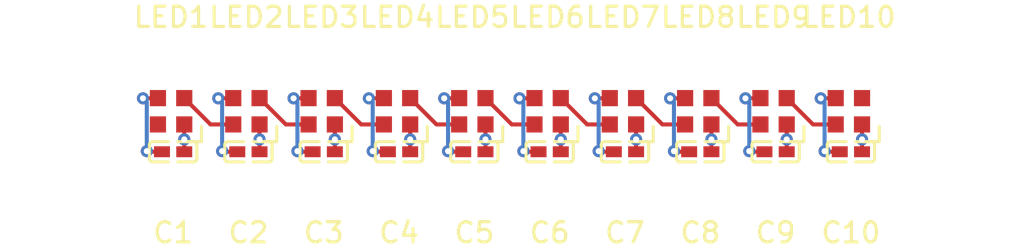
<source format=kicad_pcb>
(kicad_pcb (version 20241229) (generator "pcbnew") (generator_version "9.0")
  (layers (0 "F.Cu" signal) (2 "B.Cu" signal) (13 "F.Paste" user) (15 "B.Paste" user) (5 "F.SilkS" user "F.Silkscreen") (7 "B.SilkS" user "B.Silkscreen") (1 "F.Mask" user) (3 "B.Mask" user) (25 "Edge.Cuts" user))
  (net 0 "")
  (net 1 "gnd")
  (net 2 "hv")
  (net 3 "-DOUT-7")
  (net 4 "-DOUT-0")
  (net 5 "-DOUT-4")
  (net 6 "-DOUT-5")
  (net 7 "-DOUT-3")
  (net 8 "-DOUT-6")
  (net 9 "-DOUT-8")
  (net 10 "-DOUT-9")
  (net 11 "DIN")
  (net 12 "-DOUT-2")
  (net 13 "-DOUT-1")
  (footprint "Samsung_Electro_Mechanics_CL05B104KO5NNNC:C0402" (layer "F.Cu") (at 155.404444 100.7 180)
    (property "Reference" "C5" (at 0 -4 0) (layer "F.SilkS") (hide no))
    (property "Value" "100nF ±10% 16V X7R")
    (fp_line (start 1.02 -0.5) (end 0.23 -0.5) (stroke (width 0.15)) (layer "F.SilkS"))
    (fp_line (start 0.23 0.5) (end 1.02 0.5) (stroke (width 0.15)) (layer "F.SilkS"))
    (fp_line (start 1.17 0.35) (end 1.17 -0.35) (stroke (width 0.15)) (layer "F.SilkS"))
    (fp_line (start -1.02 -0.5) (end -0.23 -0.5) (stroke (width 0.15)) (layer "F.SilkS"))
    (fp_line (start -0.23 0.5) (end -1.02 0.5) (stroke (width 0.15)) (layer "F.SilkS"))
    (fp_line (start -1.17 0.35) (end -1.17 -0.35) (stroke (width 0.15)) (layer "F.SilkS"))
    (fp_arc (start 1.17 0.35) (mid 1.1260660171779822 0.456066017177982) (end 1.02 0.4999999999999999) (stroke (width 0.15)) (layer "F.SilkS"))
    (fp_arc (start 1.02 -0.5) (mid 1.1260660171779822 -0.4560660171779821) (end 1.17 -0.35) (stroke (width 0.15)) (layer "F.SilkS"))
    (fp_arc (start -1.17 0.35) (mid -1.1260660171779822 0.456066017177982) (end -1.02 0.4999999999999999) (stroke (width 0.15)) (layer "F.SilkS"))
    (fp_arc (start -1.02 -0.5) (mid -1.1260660171779822 -0.4560660171779821) (end -1.17 -0.35) (stroke (width 0.15)) (layer "F.SilkS"))
    (fp_text user "${REFERENCE}" (at 0 -4 0) (layer "F.SilkS"))
    (pad "2" smd rect (at 0.55 0 180) (size 0.79 0.54) (layers "F.Cu" "F.Paste" "F.Mask") (net 1 "gnd"))
    (pad "1" smd rect (at -0.55 0 180) (size 0.79 0.54) (layers "F.Cu" "F.Paste" "F.Mask") (net 2 "hv"))
  )
  (footprint "OPSCO_SK6805_EC20:LED-SMD_4P-L2.0-W2.0-BR" (layer "F.Cu") (at 155.304444 98.7 0)
    (property "Reference" "LED5" (at 0 -4.65 0) (layer "F.SilkS") (hide no))
    (property "Value" "")
    (fp_line (start 0.7 1.5) (end 1.5 1.5) (stroke (width 0.15)) (layer "F.SilkS"))
    (fp_line (start 1.5 1.5) (end 1.5 0.75) (stroke (width 0.15)) (layer "F.SilkS"))
    (fp_text user "${REFERENCE}" (at 0 -4.65 0) (layer "F.SilkS"))
    (pad "2" smd rect (at 0.65 -0.65 0) (size 0.8 0.8) (layers "F.Cu" "F.Paste" "F.Mask") (net 6 "-DOUT-5"))
    (pad "1" smd rect (at 0.65 0.65 0) (size 0.8 0.8) (layers "F.Cu" "F.Paste" "F.Mask") (net 2 "hv"))
    (pad "4" smd rect (at -0.65 0.65 0) (size 0.8 0.8) (layers "F.Cu" "F.Paste" "F.Mask") (net 5 "-DOUT-4"))
    (pad "3" smd rect (at -0.65 -0.65 0) (size 0.8 0.8) (layers "F.Cu" "F.Paste" "F.Mask") (net 1 "gnd"))
  )
  (footprint "OPSCO_SK6805_EC20:LED-SMD_4P-L2.0-W2.0-BR" (layer "F.Cu") (at 147.862222 98.7 0)
    (property "Reference" "LED3" (at 0 -4.65 0) (layer "F.SilkS") (hide no))
    (property "Value" "")
    (fp_line (start 0.7 1.5) (end 1.5 1.5) (stroke (width 0.15)) (layer "F.SilkS"))
    (fp_line (start 1.5 1.5) (end 1.5 0.75) (stroke (width 0.15)) (layer "F.SilkS"))
    (fp_text user "${REFERENCE}" (at 0 -4.65 0) (layer "F.SilkS"))
    (pad "2" smd rect (at 0.65 -0.65 0) (size 0.8 0.8) (layers "F.Cu" "F.Paste" "F.Mask") (net 7 "-DOUT-3"))
    (pad "1" smd rect (at 0.65 0.65 0) (size 0.8 0.8) (layers "F.Cu" "F.Paste" "F.Mask") (net 2 "hv"))
    (pad "4" smd rect (at -0.65 0.65 0) (size 0.8 0.8) (layers "F.Cu" "F.Paste" "F.Mask") (net 12 "-DOUT-2"))
    (pad "3" smd rect (at -0.65 -0.65 0) (size 0.8 0.8) (layers "F.Cu" "F.Paste" "F.Mask") (net 1 "gnd"))
  )
  (footprint "OPSCO_SK6805_EC20:LED-SMD_4P-L2.0-W2.0-BR" (layer "F.Cu") (at 140.42 98.7 0)
    (property "Reference" "LED1" (at 0 -4.65 0) (layer "F.SilkS") (hide no))
    (property "Value" "")
    (fp_line (start 0.7 1.5) (end 1.5 1.5) (stroke (width 0.15)) (layer "F.SilkS"))
    (fp_line (start 1.5 1.5) (end 1.5 0.75) (stroke (width 0.15)) (layer "F.SilkS"))
    (fp_text user "${REFERENCE}" (at 0 -4.65 0) (layer "F.SilkS"))
    (pad "2" smd rect (at 0.65 -0.65 0) (size 0.8 0.8) (layers "F.Cu" "F.Paste" "F.Mask") (net 13 "-DOUT-1"))
    (pad "1" smd rect (at 0.65 0.65 0) (size 0.8 0.8) (layers "F.Cu" "F.Paste" "F.Mask") (net 2 "hv"))
    (pad "4" smd rect (at -0.65 0.65 0) (size 0.8 0.8) (layers "F.Cu" "F.Paste" "F.Mask") (net 11 "DIN"))
    (pad "3" smd rect (at -0.65 -0.65 0) (size 0.8 0.8) (layers "F.Cu" "F.Paste" "F.Mask") (net 1 "gnd"))
  )
  (footprint "Samsung_Electro_Mechanics_CL05B104KO5NNNC:C0402" (layer "F.Cu") (at 147.962222 100.7 180)
    (property "Reference" "C3" (at 0 -4 0) (layer "F.SilkS") (hide no))
    (property "Value" "100nF ±10% 16V X7R")
    (fp_line (start 1.02 -0.5) (end 0.23 -0.5) (stroke (width 0.15)) (layer "F.SilkS"))
    (fp_line (start 0.23 0.5) (end 1.02 0.5) (stroke (width 0.15)) (layer "F.SilkS"))
    (fp_line (start 1.17 0.35) (end 1.17 -0.35) (stroke (width 0.15)) (layer "F.SilkS"))
    (fp_line (start -1.02 -0.5) (end -0.23 -0.5) (stroke (width 0.15)) (layer "F.SilkS"))
    (fp_line (start -0.23 0.5) (end -1.02 0.5) (stroke (width 0.15)) (layer "F.SilkS"))
    (fp_line (start -1.17 0.35) (end -1.17 -0.35) (stroke (width 0.15)) (layer "F.SilkS"))
    (fp_arc (start 1.17 0.35) (mid 1.1260660171779822 0.456066017177982) (end 1.02 0.4999999999999999) (stroke (width 0.15)) (layer "F.SilkS"))
    (fp_arc (start 1.02 -0.5) (mid 1.1260660171779822 -0.4560660171779821) (end 1.17 -0.35) (stroke (width 0.15)) (layer "F.SilkS"))
    (fp_arc (start -1.17 0.35) (mid -1.1260660171779822 0.456066017177982) (end -1.02 0.4999999999999999) (stroke (width 0.15)) (layer "F.SilkS"))
    (fp_arc (start -1.02 -0.5) (mid -1.1260660171779822 -0.4560660171779821) (end -1.17 -0.35) (stroke (width 0.15)) (layer "F.SilkS"))
    (fp_text user "${REFERENCE}" (at 0 -4 0) (layer "F.SilkS"))
    (pad "2" smd rect (at 0.55 0 180) (size 0.79 0.54) (layers "F.Cu" "F.Paste" "F.Mask") (net 1 "gnd"))
    (pad "1" smd rect (at -0.55 0 180) (size 0.79 0.54) (layers "F.Cu" "F.Paste" "F.Mask") (net 2 "hv"))
  )
  (footprint "Samsung_Electro_Mechanics_CL05B104KO5NNNC:C0402" (layer "F.Cu") (at 174.01 100.7 180)
    (property "Reference" "C10" (at 0 -4 0) (layer "F.SilkS") (hide no))
    (property "Value" "100nF ±10% 16V X7R")
    (fp_line (start 1.02 -0.5) (end 0.23 -0.5) (stroke (width 0.15)) (layer "F.SilkS"))
    (fp_line (start 0.23 0.5) (end 1.02 0.5) (stroke (width 0.15)) (layer "F.SilkS"))
    (fp_line (start 1.17 0.35) (end 1.17 -0.35) (stroke (width 0.15)) (layer "F.SilkS"))
    (fp_line (start -1.02 -0.5) (end -0.23 -0.5) (stroke (width 0.15)) (layer "F.SilkS"))
    (fp_line (start -0.23 0.5) (end -1.02 0.5) (stroke (width 0.15)) (layer "F.SilkS"))
    (fp_line (start -1.17 0.35) (end -1.17 -0.35) (stroke (width 0.15)) (layer "F.SilkS"))
    (fp_arc (start 1.17 0.35) (mid 1.1260660171779822 0.456066017177982) (end 1.02 0.4999999999999999) (stroke (width 0.15)) (layer "F.SilkS"))
    (fp_arc (start 1.02 -0.5) (mid 1.1260660171779822 -0.4560660171779821) (end 1.17 -0.35) (stroke (width 0.15)) (layer "F.SilkS"))
    (fp_arc (start -1.17 0.35) (mid -1.1260660171779822 0.456066017177982) (end -1.02 0.4999999999999999) (stroke (width 0.15)) (layer "F.SilkS"))
    (fp_arc (start -1.02 -0.5) (mid -1.1260660171779822 -0.4560660171779821) (end -1.17 -0.35) (stroke (width 0.15)) (layer "F.SilkS"))
    (fp_text user "${REFERENCE}" (at 0 -4 0) (layer "F.SilkS"))
    (pad "2" smd rect (at 0.55 0 180) (size 0.79 0.54) (layers "F.Cu" "F.Paste" "F.Mask") (net 1 "gnd"))
    (pad "1" smd rect (at -0.55 0 180) (size 0.79 0.54) (layers "F.Cu" "F.Paste" "F.Mask") (net 2 "hv"))
  )
  (footprint "Samsung_Electro_Mechanics_CL05B104KO5NNNC:C0402" (layer "F.Cu") (at 140.52 100.7 180)
    (property "Reference" "C1" (at 0 -4 0) (layer "F.SilkS") (hide no))
    (property "Value" "100nF ±10% 16V X7R")
    (fp_line (start 1.02 -0.5) (end 0.23 -0.5) (stroke (width 0.15)) (layer "F.SilkS"))
    (fp_line (start 0.23 0.5) (end 1.02 0.5) (stroke (width 0.15)) (layer "F.SilkS"))
    (fp_line (start 1.17 0.35) (end 1.17 -0.35) (stroke (width 0.15)) (layer "F.SilkS"))
    (fp_line (start -1.02 -0.5) (end -0.23 -0.5) (stroke (width 0.15)) (layer "F.SilkS"))
    (fp_line (start -0.23 0.5) (end -1.02 0.5) (stroke (width 0.15)) (layer "F.SilkS"))
    (fp_line (start -1.17 0.35) (end -1.17 -0.35) (stroke (width 0.15)) (layer "F.SilkS"))
    (fp_arc (start 1.17 0.35) (mid 1.1260660171779822 0.456066017177982) (end 1.02 0.4999999999999999) (stroke (width 0.15)) (layer "F.SilkS"))
    (fp_arc (start 1.02 -0.5) (mid 1.1260660171779822 -0.4560660171779821) (end 1.17 -0.35) (stroke (width 0.15)) (layer "F.SilkS"))
    (fp_arc (start -1.17 0.35) (mid -1.1260660171779822 0.456066017177982) (end -1.02 0.4999999999999999) (stroke (width 0.15)) (layer "F.SilkS"))
    (fp_arc (start -1.02 -0.5) (mid -1.1260660171779822 -0.4560660171779821) (end -1.17 -0.35) (stroke (width 0.15)) (layer "F.SilkS"))
    (fp_text user "${REFERENCE}" (at 0 -4 0) (layer "F.SilkS"))
    (pad "2" smd rect (at 0.55 0 180) (size 0.79 0.54) (layers "F.Cu" "F.Paste" "F.Mask") (net 1 "gnd"))
    (pad "1" smd rect (at -0.55 0 180) (size 0.79 0.54) (layers "F.Cu" "F.Paste" "F.Mask") (net 2 "hv"))
  )
  (footprint "Samsung_Electro_Mechanics_CL05B104KO5NNNC:C0402" (layer "F.Cu") (at 151.683333 100.7 180)
    (property "Reference" "C4" (at 0 -4 0) (layer "F.SilkS") (hide no))
    (property "Value" "100nF ±10% 16V X7R")
    (fp_line (start 1.02 -0.5) (end 0.23 -0.5) (stroke (width 0.15)) (layer "F.SilkS"))
    (fp_line (start 0.23 0.5) (end 1.02 0.5) (stroke (width 0.15)) (layer "F.SilkS"))
    (fp_line (start 1.17 0.35) (end 1.17 -0.35) (stroke (width 0.15)) (layer "F.SilkS"))
    (fp_line (start -1.02 -0.5) (end -0.23 -0.5) (stroke (width 0.15)) (layer "F.SilkS"))
    (fp_line (start -0.23 0.5) (end -1.02 0.5) (stroke (width 0.15)) (layer "F.SilkS"))
    (fp_line (start -1.17 0.35) (end -1.17 -0.35) (stroke (width 0.15)) (layer "F.SilkS"))
    (fp_arc (start 1.17 0.35) (mid 1.1260660171779822 0.456066017177982) (end 1.02 0.4999999999999999) (stroke (width 0.15)) (layer "F.SilkS"))
    (fp_arc (start 1.02 -0.5) (mid 1.1260660171779822 -0.4560660171779821) (end 1.17 -0.35) (stroke (width 0.15)) (layer "F.SilkS"))
    (fp_arc (start -1.17 0.35) (mid -1.1260660171779822 0.456066017177982) (end -1.02 0.4999999999999999) (stroke (width 0.15)) (layer "F.SilkS"))
    (fp_arc (start -1.02 -0.5) (mid -1.1260660171779822 -0.4560660171779821) (end -1.17 -0.35) (stroke (width 0.15)) (layer "F.SilkS"))
    (fp_text user "${REFERENCE}" (at 0 -4 0) (layer "F.SilkS"))
    (pad "2" smd rect (at 0.55 0 180) (size 0.79 0.54) (layers "F.Cu" "F.Paste" "F.Mask") (net 1 "gnd"))
    (pad "1" smd rect (at -0.55 0 180) (size 0.79 0.54) (layers "F.Cu" "F.Paste" "F.Mask") (net 2 "hv"))
  )
  (footprint "OPSCO_SK6805_EC20:LED-SMD_4P-L2.0-W2.0-BR" (layer "F.Cu") (at 144.141111 98.7 0)
    (property "Reference" "LED2" (at 0 -4.65 0) (layer "F.SilkS") (hide no))
    (property "Value" "")
    (fp_line (start 0.7 1.5) (end 1.5 1.5) (stroke (width 0.15)) (layer "F.SilkS"))
    (fp_line (start 1.5 1.5) (end 1.5 0.75) (stroke (width 0.15)) (layer "F.SilkS"))
    (fp_text user "${REFERENCE}" (at 0 -4.65 0) (layer "F.SilkS"))
    (pad "2" smd rect (at 0.65 -0.65 0) (size 0.8 0.8) (layers "F.Cu" "F.Paste" "F.Mask") (net 12 "-DOUT-2"))
    (pad "1" smd rect (at 0.65 0.65 0) (size 0.8 0.8) (layers "F.Cu" "F.Paste" "F.Mask") (net 2 "hv"))
    (pad "4" smd rect (at -0.65 0.65 0) (size 0.8 0.8) (layers "F.Cu" "F.Paste" "F.Mask") (net 13 "-DOUT-1"))
    (pad "3" smd rect (at -0.65 -0.65 0) (size 0.8 0.8) (layers "F.Cu" "F.Paste" "F.Mask") (net 1 "gnd"))
  )
  (footprint "Samsung_Electro_Mechanics_CL05B104KO5NNNC:C0402" (layer "F.Cu") (at 170.288889 100.7 180)
    (property "Reference" "C9" (at 0 -4 0) (layer "F.SilkS") (hide no))
    (property "Value" "100nF ±10% 16V X7R")
    (fp_line (start 1.02 -0.5) (end 0.23 -0.5) (stroke (width 0.15)) (layer "F.SilkS"))
    (fp_line (start 0.23 0.5) (end 1.02 0.5) (stroke (width 0.15)) (layer "F.SilkS"))
    (fp_line (start 1.17 0.35) (end 1.17 -0.35) (stroke (width 0.15)) (layer "F.SilkS"))
    (fp_line (start -1.02 -0.5) (end -0.23 -0.5) (stroke (width 0.15)) (layer "F.SilkS"))
    (fp_line (start -0.23 0.5) (end -1.02 0.5) (stroke (width 0.15)) (layer "F.SilkS"))
    (fp_line (start -1.17 0.35) (end -1.17 -0.35) (stroke (width 0.15)) (layer "F.SilkS"))
    (fp_arc (start 1.17 0.35) (mid 1.1260660171779822 0.456066017177982) (end 1.02 0.4999999999999999) (stroke (width 0.15)) (layer "F.SilkS"))
    (fp_arc (start 1.02 -0.5) (mid 1.1260660171779822 -0.4560660171779821) (end 1.17 -0.35) (stroke (width 0.15)) (layer "F.SilkS"))
    (fp_arc (start -1.17 0.35) (mid -1.1260660171779822 0.456066017177982) (end -1.02 0.4999999999999999) (stroke (width 0.15)) (layer "F.SilkS"))
    (fp_arc (start -1.02 -0.5) (mid -1.1260660171779822 -0.4560660171779821) (end -1.17 -0.35) (stroke (width 0.15)) (layer "F.SilkS"))
    (fp_text user "${REFERENCE}" (at 0 -4 0) (layer "F.SilkS"))
    (pad "2" smd rect (at 0.55 0 180) (size 0.79 0.54) (layers "F.Cu" "F.Paste" "F.Mask") (net 1 "gnd"))
    (pad "1" smd rect (at -0.55 0 180) (size 0.79 0.54) (layers "F.Cu" "F.Paste" "F.Mask") (net 2 "hv"))
  )
  (footprint "Samsung_Electro_Mechanics_CL05B104KO5NNNC:C0402" (layer "F.Cu") (at 166.567778 100.7 180)
    (property "Reference" "C8" (at 0 -4 0) (layer "F.SilkS") (hide no))
    (property "Value" "100nF ±10% 16V X7R")
    (fp_line (start 1.02 -0.5) (end 0.23 -0.5) (stroke (width 0.15)) (layer "F.SilkS"))
    (fp_line (start 0.23 0.5) (end 1.02 0.5) (stroke (width 0.15)) (layer "F.SilkS"))
    (fp_line (start 1.17 0.35) (end 1.17 -0.35) (stroke (width 0.15)) (layer "F.SilkS"))
    (fp_line (start -1.02 -0.5) (end -0.23 -0.5) (stroke (width 0.15)) (layer "F.SilkS"))
    (fp_line (start -0.23 0.5) (end -1.02 0.5) (stroke (width 0.15)) (layer "F.SilkS"))
    (fp_line (start -1.17 0.35) (end -1.17 -0.35) (stroke (width 0.15)) (layer "F.SilkS"))
    (fp_arc (start 1.17 0.35) (mid 1.1260660171779822 0.456066017177982) (end 1.02 0.4999999999999999) (stroke (width 0.15)) (layer "F.SilkS"))
    (fp_arc (start 1.02 -0.5) (mid 1.1260660171779822 -0.4560660171779821) (end 1.17 -0.35) (stroke (width 0.15)) (layer "F.SilkS"))
    (fp_arc (start -1.17 0.35) (mid -1.1260660171779822 0.456066017177982) (end -1.02 0.4999999999999999) (stroke (width 0.15)) (layer "F.SilkS"))
    (fp_arc (start -1.02 -0.5) (mid -1.1260660171779822 -0.4560660171779821) (end -1.17 -0.35) (stroke (width 0.15)) (layer "F.SilkS"))
    (fp_text user "${REFERENCE}" (at 0 -4 0) (layer "F.SilkS"))
    (pad "2" smd rect (at 0.55 0 180) (size 0.79 0.54) (layers "F.Cu" "F.Paste" "F.Mask") (net 1 "gnd"))
    (pad "1" smd rect (at -0.55 0 180) (size 0.79 0.54) (layers "F.Cu" "F.Paste" "F.Mask") (net 2 "hv"))
  )
  (footprint "Samsung_Electro_Mechanics_CL05B104KO5NNNC:C0402" (layer "F.Cu") (at 162.846667 100.7 180)
    (property "Reference" "C7" (at 0 -4 0) (layer "F.SilkS") (hide no))
    (property "Value" "100nF ±10% 16V X7R")
    (fp_line (start 1.02 -0.5) (end 0.23 -0.5) (stroke (width 0.15)) (layer "F.SilkS"))
    (fp_line (start 0.23 0.5) (end 1.02 0.5) (stroke (width 0.15)) (layer "F.SilkS"))
    (fp_line (start 1.17 0.35) (end 1.17 -0.35) (stroke (width 0.15)) (layer "F.SilkS"))
    (fp_line (start -1.02 -0.5) (end -0.23 -0.5) (stroke (width 0.15)) (layer "F.SilkS"))
    (fp_line (start -0.23 0.5) (end -1.02 0.5) (stroke (width 0.15)) (layer "F.SilkS"))
    (fp_line (start -1.17 0.35) (end -1.17 -0.35) (stroke (width 0.15)) (layer "F.SilkS"))
    (fp_arc (start 1.17 0.35) (mid 1.1260660171779822 0.456066017177982) (end 1.02 0.4999999999999999) (stroke (width 0.15)) (layer "F.SilkS"))
    (fp_arc (start 1.02 -0.5) (mid 1.1260660171779822 -0.4560660171779821) (end 1.17 -0.35) (stroke (width 0.15)) (layer "F.SilkS"))
    (fp_arc (start -1.17 0.35) (mid -1.1260660171779822 0.456066017177982) (end -1.02 0.4999999999999999) (stroke (width 0.15)) (layer "F.SilkS"))
    (fp_arc (start -1.02 -0.5) (mid -1.1260660171779822 -0.4560660171779821) (end -1.17 -0.35) (stroke (width 0.15)) (layer "F.SilkS"))
    (fp_text user "${REFERENCE}" (at 0 -4 0) (layer "F.SilkS"))
    (pad "2" smd rect (at 0.55 0 180) (size 0.79 0.54) (layers "F.Cu" "F.Paste" "F.Mask") (net 1 "gnd"))
    (pad "1" smd rect (at -0.55 0 180) (size 0.79 0.54) (layers "F.Cu" "F.Paste" "F.Mask") (net 2 "hv"))
  )
  (footprint "Samsung_Electro_Mechanics_CL05B104KO5NNNC:C0402" (layer "F.Cu") (at 159.125556 100.7 180)
    (property "Reference" "C6" (at 0 -4 0) (layer "F.SilkS") (hide no))
    (property "Value" "100nF ±10% 16V X7R")
    (fp_line (start 1.02 -0.5) (end 0.23 -0.5) (stroke (width 0.15)) (layer "F.SilkS"))
    (fp_line (start 0.23 0.5) (end 1.02 0.5) (stroke (width 0.15)) (layer "F.SilkS"))
    (fp_line (start 1.17 0.35) (end 1.17 -0.35) (stroke (width 0.15)) (layer "F.SilkS"))
    (fp_line (start -1.02 -0.5) (end -0.23 -0.5) (stroke (width 0.15)) (layer "F.SilkS"))
    (fp_line (start -0.23 0.5) (end -1.02 0.5) (stroke (width 0.15)) (layer "F.SilkS"))
    (fp_line (start -1.17 0.35) (end -1.17 -0.35) (stroke (width 0.15)) (layer "F.SilkS"))
    (fp_arc (start 1.17 0.35) (mid 1.1260660171779822 0.456066017177982) (end 1.02 0.4999999999999999) (stroke (width 0.15)) (layer "F.SilkS"))
    (fp_arc (start 1.02 -0.5) (mid 1.1260660171779822 -0.4560660171779821) (end 1.17 -0.35) (stroke (width 0.15)) (layer "F.SilkS"))
    (fp_arc (start -1.17 0.35) (mid -1.1260660171779822 0.456066017177982) (end -1.02 0.4999999999999999) (stroke (width 0.15)) (layer "F.SilkS"))
    (fp_arc (start -1.02 -0.5) (mid -1.1260660171779822 -0.4560660171779821) (end -1.17 -0.35) (stroke (width 0.15)) (layer "F.SilkS"))
    (fp_text user "${REFERENCE}" (at 0 -4 0) (layer "F.SilkS"))
    (pad "2" smd rect (at 0.55 0 180) (size 0.79 0.54) (layers "F.Cu" "F.Paste" "F.Mask") (net 1 "gnd"))
    (pad "1" smd rect (at -0.55 0 180) (size 0.79 0.54) (layers "F.Cu" "F.Paste" "F.Mask") (net 2 "hv"))
  )
  (footprint "Samsung_Electro_Mechanics_CL05B104KO5NNNC:C0402" (layer "F.Cu") (at 144.241111 100.7 180)
    (property "Reference" "C2" (at 0 -4 0) (layer "F.SilkS") (hide no))
    (property "Value" "100nF ±10% 16V X7R")
    (fp_line (start 1.02 -0.5) (end 0.23 -0.5) (stroke (width 0.15)) (layer "F.SilkS"))
    (fp_line (start 0.23 0.5) (end 1.02 0.5) (stroke (width 0.15)) (layer "F.SilkS"))
    (fp_line (start 1.17 0.35) (end 1.17 -0.35) (stroke (width 0.15)) (layer "F.SilkS"))
    (fp_line (start -1.02 -0.5) (end -0.23 -0.5) (stroke (width 0.15)) (layer "F.SilkS"))
    (fp_line (start -0.23 0.5) (end -1.02 0.5) (stroke (width 0.15)) (layer "F.SilkS"))
    (fp_line (start -1.17 0.35) (end -1.17 -0.35) (stroke (width 0.15)) (layer "F.SilkS"))
    (fp_arc (start 1.17 0.35) (mid 1.1260660171779822 0.456066017177982) (end 1.02 0.4999999999999999) (stroke (width 0.15)) (layer "F.SilkS"))
    (fp_arc (start 1.02 -0.5) (mid 1.1260660171779822 -0.4560660171779821) (end 1.17 -0.35) (stroke (width 0.15)) (layer "F.SilkS"))
    (fp_arc (start -1.17 0.35) (mid -1.1260660171779822 0.456066017177982) (end -1.02 0.4999999999999999) (stroke (width 0.15)) (layer "F.SilkS"))
    (fp_arc (start -1.02 -0.5) (mid -1.1260660171779822 -0.4560660171779821) (end -1.17 -0.35) (stroke (width 0.15)) (layer "F.SilkS"))
    (fp_text user "${REFERENCE}" (at 0 -4 0) (layer "F.SilkS"))
    (pad "2" smd rect (at 0.55 0 180) (size 0.79 0.54) (layers "F.Cu" "F.Paste" "F.Mask") (net 1 "gnd"))
    (pad "1" smd rect (at -0.55 0 180) (size 0.79 0.54) (layers "F.Cu" "F.Paste" "F.Mask") (net 2 "hv"))
  )
  (footprint "OPSCO_SK6805_EC20:LED-SMD_4P-L2.0-W2.0-BR" (layer "F.Cu") (at 170.188889 98.7 0)
    (property "Reference" "LED9" (at 0 -4.65 0) (layer "F.SilkS") (hide no))
    (property "Value" "")
    (fp_line (start 0.7 1.5) (end 1.5 1.5) (stroke (width 0.15)) (layer "F.SilkS"))
    (fp_line (start 1.5 1.5) (end 1.5 0.75) (stroke (width 0.15)) (layer "F.SilkS"))
    (fp_text user "${REFERENCE}" (at 0 -4.65 0) (layer "F.SilkS"))
    (pad "2" smd rect (at 0.65 -0.65 0) (size 0.8 0.8) (layers "F.Cu" "F.Paste" "F.Mask") (net 10 "-DOUT-9"))
    (pad "1" smd rect (at 0.65 0.65 0) (size 0.8 0.8) (layers "F.Cu" "F.Paste" "F.Mask") (net 2 "hv"))
    (pad "4" smd rect (at -0.65 0.65 0) (size 0.8 0.8) (layers "F.Cu" "F.Paste" "F.Mask") (net 9 "-DOUT-8"))
    (pad "3" smd rect (at -0.65 -0.65 0) (size 0.8 0.8) (layers "F.Cu" "F.Paste" "F.Mask") (net 1 "gnd"))
  )
  (footprint "OPSCO_SK6805_EC20:LED-SMD_4P-L2.0-W2.0-BR" (layer "F.Cu") (at 173.91 98.7 0)
    (property "Reference" "LED10" (at 0 -4.65 0) (layer "F.SilkS") (hide no))
    (property "Value" "")
    (fp_line (start 0.7 1.5) (end 1.5 1.5) (stroke (width 0.15)) (layer "F.SilkS"))
    (fp_line (start 1.5 1.5) (end 1.5 0.75) (stroke (width 0.15)) (layer "F.SilkS"))
    (fp_text user "${REFERENCE}" (at 0 -4.65 0) (layer "F.SilkS"))
    (pad "2" smd rect (at 0.65 -0.65 0) (size 0.8 0.8) (layers "F.Cu" "F.Paste" "F.Mask") (net 4 "-DOUT-0"))
    (pad "1" smd rect (at 0.65 0.65 0) (size 0.8 0.8) (layers "F.Cu" "F.Paste" "F.Mask") (net 2 "hv"))
    (pad "4" smd rect (at -0.65 0.65 0) (size 0.8 0.8) (layers "F.Cu" "F.Paste" "F.Mask") (net 10 "-DOUT-9"))
    (pad "3" smd rect (at -0.65 -0.65 0) (size 0.8 0.8) (layers "F.Cu" "F.Paste" "F.Mask") (net 1 "gnd"))
  )
  (footprint "OPSCO_SK6805_EC20:LED-SMD_4P-L2.0-W2.0-BR" (layer "F.Cu") (at 159.025556 98.7 0)
    (property "Reference" "LED6" (at 0 -4.65 0) (layer "F.SilkS") (hide no))
    (property "Value" "")
    (fp_line (start 0.7 1.5) (end 1.5 1.5) (stroke (width 0.15)) (layer "F.SilkS"))
    (fp_line (start 1.5 1.5) (end 1.5 0.75) (stroke (width 0.15)) (layer "F.SilkS"))
    (fp_text user "${REFERENCE}" (at 0 -4.65 0) (layer "F.SilkS"))
    (pad "2" smd rect (at 0.65 -0.65 0) (size 0.8 0.8) (layers "F.Cu" "F.Paste" "F.Mask") (net 8 "-DOUT-6"))
    (pad "1" smd rect (at 0.65 0.65 0) (size 0.8 0.8) (layers "F.Cu" "F.Paste" "F.Mask") (net 2 "hv"))
    (pad "4" smd rect (at -0.65 0.65 0) (size 0.8 0.8) (layers "F.Cu" "F.Paste" "F.Mask") (net 6 "-DOUT-5"))
    (pad "3" smd rect (at -0.65 -0.65 0) (size 0.8 0.8) (layers "F.Cu" "F.Paste" "F.Mask") (net 1 "gnd"))
  )
  (footprint "OPSCO_SK6805_EC20:LED-SMD_4P-L2.0-W2.0-BR" (layer "F.Cu") (at 162.746667 98.7 0)
    (property "Reference" "LED7" (at 0 -4.65 0) (layer "F.SilkS") (hide no))
    (property "Value" "")
    (fp_line (start 0.7 1.5) (end 1.5 1.5) (stroke (width 0.15)) (layer "F.SilkS"))
    (fp_line (start 1.5 1.5) (end 1.5 0.75) (stroke (width 0.15)) (layer "F.SilkS"))
    (fp_text user "${REFERENCE}" (at 0 -4.65 0) (layer "F.SilkS"))
    (pad "2" smd rect (at 0.65 -0.65 0) (size 0.8 0.8) (layers "F.Cu" "F.Paste" "F.Mask") (net 3 "-DOUT-7"))
    (pad "1" smd rect (at 0.65 0.65 0) (size 0.8 0.8) (layers "F.Cu" "F.Paste" "F.Mask") (net 2 "hv"))
    (pad "4" smd rect (at -0.65 0.65 0) (size 0.8 0.8) (layers "F.Cu" "F.Paste" "F.Mask") (net 8 "-DOUT-6"))
    (pad "3" smd rect (at -0.65 -0.65 0) (size 0.8 0.8) (layers "F.Cu" "F.Paste" "F.Mask") (net 1 "gnd"))
  )
  (footprint "OPSCO_SK6805_EC20:LED-SMD_4P-L2.0-W2.0-BR" (layer "F.Cu") (at 151.583333 98.7 0)
    (property "Reference" "LED4" (at 0 -4.65 0) (layer "F.SilkS") (hide no))
    (property "Value" "")
    (fp_line (start 0.7 1.5) (end 1.5 1.5) (stroke (width 0.15)) (layer "F.SilkS"))
    (fp_line (start 1.5 1.5) (end 1.5 0.75) (stroke (width 0.15)) (layer "F.SilkS"))
    (fp_text user "${REFERENCE}" (at 0 -4.65 0) (layer "F.SilkS"))
    (pad "2" smd rect (at 0.65 -0.65 0) (size 0.8 0.8) (layers "F.Cu" "F.Paste" "F.Mask") (net 5 "-DOUT-4"))
    (pad "1" smd rect (at 0.65 0.65 0) (size 0.8 0.8) (layers "F.Cu" "F.Paste" "F.Mask") (net 2 "hv"))
    (pad "4" smd rect (at -0.65 0.65 0) (size 0.8 0.8) (layers "F.Cu" "F.Paste" "F.Mask") (net 7 "-DOUT-3"))
    (pad "3" smd rect (at -0.65 -0.65 0) (size 0.8 0.8) (layers "F.Cu" "F.Paste" "F.Mask") (net 1 "gnd"))
  )
  (footprint "OPSCO_SK6805_EC20:LED-SMD_4P-L2.0-W2.0-BR" (layer "F.Cu") (at 166.467778 98.7 0)
    (property "Reference" "LED8" (at 0 -4.65 0) (layer "F.SilkS") (hide no))
    (property "Value" "")
    (fp_line (start 0.7 1.5) (end 1.5 1.5) (stroke (width 0.15)) (layer "F.SilkS"))
    (fp_line (start 1.5 1.5) (end 1.5 0.75) (stroke (width 0.15)) (layer "F.SilkS"))
    (fp_text user "${REFERENCE}" (at 0 -4.65 0) (layer "F.SilkS"))
    (pad "2" smd rect (at 0.65 -0.65 0) (size 0.8 0.8) (layers "F.Cu" "F.Paste" "F.Mask") (net 9 "-DOUT-8"))
    (pad "1" smd rect (at 0.65 0.65 0) (size 0.8 0.8) (layers "F.Cu" "F.Paste" "F.Mask") (net 2 "hv"))
    (pad "4" smd rect (at -0.65 0.65 0) (size 0.8 0.8) (layers "F.Cu" "F.Paste" "F.Mask") (net 3 "-DOUT-7"))
    (pad "3" smd rect (at -0.65 -0.65 0) (size 0.8 0.8) (layers "F.Cu" "F.Paste" "F.Mask") (net 1 "gnd"))
  )
  (via (at 142.751111 98.06) (size 0.6) (drill 0.3) (layers "F.Cu" "B.Cu") (net 1))
  (via (at 153.914444 98.06) (size 0.6) (drill 0.3) (layers "F.Cu" "B.Cu") (net 1))
  (via (at 139.03 98.06) (size 0.6) (drill 0.3) (layers "F.Cu" "B.Cu") (net 1))
  (via (at 168.798889 98.06) (size 0.6) (drill 0.3) (layers "F.Cu" "B.Cu") (net 1))
  (via (at 157.635556 98.06) (size 0.6) (drill 0.3) (layers "F.Cu" "B.Cu") (net 1))
  (via (at 157.825556 100.67) (size 0.6) (drill 0.3) (layers "F.Cu" "B.Cu") (net 1))
  (via (at 165.077778 98.06) (size 0.6) (drill 0.3) (layers "F.Cu" "B.Cu") (net 1))
  (via (at 142.941111 100.67) (size 0.6) (drill 0.3) (layers "F.Cu" "B.Cu") (net 1))
  (via (at 168.988889 100.67) (size 0.6) (drill 0.3) (layers "F.Cu" "B.Cu") (net 1))
  (via (at 150.383333 100.67) (size 0.6) (drill 0.3) (layers "F.Cu" "B.Cu") (net 1))
  (via (at 146.662222 100.67) (size 0.6) (drill 0.3) (layers "F.Cu" "B.Cu") (net 1))
  (via (at 139.22 100.67) (size 0.6) (drill 0.3) (layers "F.Cu" "B.Cu") (net 1))
  (via (at 172.71 100.67) (size 0.6) (drill 0.3) (layers "F.Cu" "B.Cu") (net 1))
  (via (at 146.472222 98.06) (size 0.6) (drill 0.3) (layers "F.Cu" "B.Cu") (net 1))
  (via (at 154.104444 100.67) (size 0.6) (drill 0.3) (layers "F.Cu" "B.Cu") (net 1))
  (via (at 172.52 98.06) (size 0.6) (drill 0.3) (layers "F.Cu" "B.Cu") (net 1))
  (via (at 165.267778 100.67) (size 0.6) (drill 0.3) (layers "F.Cu" "B.Cu") (net 1))
  (via (at 161.356667 98.06) (size 0.6) (drill 0.3) (layers "F.Cu" "B.Cu") (net 1))
  (via (at 161.546667 100.67) (size 0.6) (drill 0.3) (layers "F.Cu" "B.Cu") (net 1))
  (via (at 150.193333 98.06) (size 0.6) (drill 0.3) (layers "F.Cu" "B.Cu") (net 1))
  (via (at 155.954444 100.09) (size 0.6) (drill 0.3) (layers "F.Cu" "B.Cu") (net 2))
  (via (at 144.791111 100.09) (size 0.6) (drill 0.3) (layers "F.Cu" "B.Cu") (net 2))
  (via (at 167.117778 100.09) (size 0.6) (drill 0.3) (layers "F.Cu" "B.Cu") (net 2))
  (via (at 141.07 100.09) (size 0.6) (drill 0.3) (layers "F.Cu" "B.Cu") (net 2))
  (via (at 170.838889 100.09) (size 0.6) (drill 0.3) (layers "F.Cu" "B.Cu") (net 2))
  (via (at 152.233333 100.09) (size 0.6) (drill 0.3) (layers "F.Cu" "B.Cu") (net 2))
  (via (at 163.396667 100.09) (size 0.6) (drill 0.3) (layers "F.Cu" "B.Cu") (net 2))
  (via (at 159.675556 100.09) (size 0.6) (drill 0.3) (layers "F.Cu" "B.Cu") (net 2))
  (via (at 174.56 100.09) (size 0.6) (drill 0.3) (layers "F.Cu" "B.Cu") (net 2))
  (via (at 148.512222 100.09) (size 0.6) (drill 0.3) (layers "F.Cu" "B.Cu") (net 2))
  (segment (start 139.25 100.7) (end 139.22 100.67) (width 0.2) (net 1) (layer "F.Cu"))
  (segment (start 172.74 100.7) (end 172.71 100.67) (width 0.2) (net 1) (layer "F.Cu"))
  (segment (start 165.807778 98.06) (end 165.817778 98.05) (width 0.2) (net 1) (layer "F.Cu"))
  (segment (start 150.923333 98.06) (end 150.933333 98.05) (width 0.2) (net 1) (layer "F.Cu"))
  (segment (start 154.644444 98.06) (end 154.654444 98.05) (width 0.2) (net 1) (layer "F.Cu"))
  (segment (start 158.575556 100.7) (end 157.855556 100.7) (width 0.2) (net 1) (layer "F.Cu"))
  (segment (start 139.03 98.06) (end 139.76 98.06) (width 0.2) (net 1) (layer "F.Cu"))
  (segment (start 161.576667 100.7) (end 161.546667 100.67) (width 0.2) (net 1) (layer "F.Cu"))
  (segment (start 173.46 100.7) (end 172.74 100.7) (width 0.2) (net 1) (layer "F.Cu"))
  (segment (start 154.854444 100.7) (end 154.134444 100.7) (width 0.2) (net 1) (layer "F.Cu"))
  (segment (start 150.413333 100.7) (end 150.383333 100.67) (width 0.2) (net 1) (layer "F.Cu"))
  (segment (start 142.751111 98.06) (end 143.481111 98.06) (width 0.2) (net 1) (layer "F.Cu"))
  (segment (start 173.25 98.06) (end 173.26 98.05) (width 0.2) (net 1) (layer "F.Cu"))
  (segment (start 151.133333 100.7) (end 150.413333 100.7) (width 0.2) (net 1) (layer "F.Cu"))
  (segment (start 147.202222 98.06) (end 147.212222 98.05) (width 0.2) (net 1) (layer "F.Cu"))
  (segment (start 165.077778 98.06) (end 165.807778 98.06) (width 0.2) (net 1) (layer "F.Cu"))
  (segment (start 168.798889 98.06) (end 169.528889 98.06) (width 0.2) (net 1) (layer "F.Cu"))
  (segment (start 146.472222 98.06) (end 147.202222 98.06) (width 0.2) (net 1) (layer "F.Cu"))
  (segment (start 147.412222 100.7) (end 146.692222 100.7) (width 0.2) (net 1) (layer "F.Cu"))
  (segment (start 157.635556 98.06) (end 158.365556 98.06) (width 0.2) (net 1) (layer "F.Cu"))
  (segment (start 169.528889 98.06) (end 169.538889 98.05) (width 0.2) (net 1) (layer "F.Cu"))
  (segment (start 161.356667 98.06) (end 162.086667 98.06) (width 0.2) (net 1) (layer "F.Cu"))
  (segment (start 139.97 100.7) (end 139.25 100.7) (width 0.2) (net 1) (layer "F.Cu"))
  (segment (start 166.017778 100.7) (end 165.297778 100.7) (width 0.2) (net 1) (layer "F.Cu"))
  (segment (start 146.692222 100.7) (end 146.662222 100.67) (width 0.2) (net 1) (layer "F.Cu"))
  (segment (start 157.855556 100.7) (end 157.825556 100.67) (width 0.2) (net 1) (layer "F.Cu"))
  (segment (start 139.76 98.06) (end 139.77 98.05) (width 0.2) (net 1) (layer "F.Cu"))
  (segment (start 169.018889 100.7) (end 168.988889 100.67) (width 0.2) (net 1) (layer "F.Cu"))
  (segment (start 143.691111 100.7) (end 142.971111 100.7) (width 0.2) (net 1) (layer "F.Cu"))
  (segment (start 150.193333 98.06) (end 150.923333 98.06) (width 0.2) (net 1) (layer "F.Cu"))
  (segment (start 172.52 98.06) (end 173.25 98.06) (width 0.2) (net 1) (layer "F.Cu"))
  (segment (start 142.971111 100.7) (end 142.941111 100.67) (width 0.2) (net 1) (layer "F.Cu"))
  (segment (start 153.914444 98.06) (end 154.644444 98.06) (width 0.2) (net 1) (layer "F.Cu"))
  (segment (start 158.365556 98.06) (end 158.375556 98.05) (width 0.2) (net 1) (layer "F.Cu"))
  (segment (start 169.738889 100.7) (end 169.018889 100.7) (width 0.2) (net 1) (layer "F.Cu"))
  (segment (start 162.086667 98.06) (end 162.096667 98.05) (width 0.2) (net 1) (layer "F.Cu"))
  (segment (start 143.481111 98.06) (end 143.491111 98.05) (width 0.2) (net 1) (layer "F.Cu"))
  (segment (start 165.297778 100.7) (end 165.267778 100.67) (width 0.2) (net 1) (layer "F.Cu"))
  (segment (start 154.134444 100.7) (end 154.104444 100.67) (width 0.2) (net 1) (layer "F.Cu"))
  (segment (start 162.296667 100.7) (end 161.576667 100.7) (width 0.2) (net 1) (layer "F.Cu"))
  (segment (start 168.988889 98.25) (end 168.798889 98.06) (width 0.2) (net 1) (layer "B.Cu"))
  (segment (start 150.383333 98.25) (end 150.193333 98.06) (width 0.2) (net 1) (layer "B.Cu"))
  (segment (start 139.22 98.25) (end 139.03 98.06) (width 0.2) (net 1) (layer "B.Cu"))
  (segment (start 161.546667 98.25) (end 161.356667 98.06) (width 0.2) (net 1) (layer "B.Cu"))
  (segment (start 161.546667 100.67) (end 161.546667 98.25) (width 0.2) (net 1) (layer "B.Cu"))
  (segment (start 139.22 100.67) (end 139.22 98.25) (width 0.2) (net 1) (layer "B.Cu"))
  (segment (start 168.988889 100.67) (end 168.988889 98.25) (width 0.2) (net 1) (layer "B.Cu"))
  (segment (start 157.825556 98.25) (end 157.635556 98.06) (width 0.2) (net 1) (layer "B.Cu"))
  (segment (start 142.941111 98.25) (end 142.751111 98.06) (width 0.2) (net 1) (layer "B.Cu"))
  (segment (start 142.941111 100.67) (end 142.941111 98.25) (width 0.2) (net 1) (layer "B.Cu"))
  (segment (start 172.71 98.25) (end 172.52 98.06) (width 0.2) (net 1) (layer "B.Cu"))
  (segment (start 165.267778 100.67) (end 165.267778 98.25) (width 0.2) (net 1) (layer "B.Cu"))
  (segment (start 172.71 100.67) (end 172.71 98.25) (width 0.2) (net 1) (layer "B.Cu"))
  (segment (start 150.383333 100.67) (end 150.383333 98.25) (width 0.2) (net 1) (layer "B.Cu"))
  (segment (start 146.662222 98.25) (end 146.472222 98.06) (width 0.2) (net 1) (layer "B.Cu"))
  (segment (start 154.104444 98.25) (end 153.914444 98.06) (width 0.2) (net 1) (layer "B.Cu"))
  (segment (start 146.662222 100.67) (end 146.662222 98.25) (width 0.2) (net 1) (layer "B.Cu"))
  (segment (start 154.104444 100.67) (end 154.104444 98.25) (width 0.2) (net 1) (layer "B.Cu"))
  (segment (start 157.825556 100.67) (end 157.825556 98.25) (width 0.2) (net 1) (layer "B.Cu"))
  (segment (start 165.267778 98.25) (end 165.077778 98.06) (width 0.2) (net 1) (layer "B.Cu"))
  (segment (start 174.56 100.09) (end 174.56 99.35) (width 0.2) (net 2) (layer "F.Cu"))
  (segment (start 163.396667 100.09) (end 163.396667 99.35) (width 0.2) (net 2) (layer "F.Cu"))
  (segment (start 159.675556 100.7) (end 159.675556 100.09) (width 0.2) (net 2) (layer "F.Cu"))
  (segment (start 148.512222 100.7) (end 148.512222 100.09) (width 0.2) (net 2) (layer "F.Cu"))
  (segment (start 141.07 100.7) (end 141.07 100.09) (width 0.2) (net 2) (layer "F.Cu"))
  (segment (start 170.838889 100.7) (end 170.838889 100.09) (width 0.2) (net 2) (layer "F.Cu"))
  (segment (start 152.233333 100.09) (end 152.233333 99.35) (width 0.2) (net 2) (layer "F.Cu"))
  (segment (start 155.954444 100.7) (end 155.954444 100.09) (width 0.2) (net 2) (layer "F.Cu"))
  (segment (start 144.791111 100.7) (end 144.791111 100.09) (width 0.2) (net 2) (layer "F.Cu"))
  (segment (start 159.675556 100.09) (end 159.675556 99.35) (width 0.2) (net 2) (layer "F.Cu"))
  (segment (start 170.838889 100.09) (end 170.838889 99.35) (width 0.2) (net 2) (layer "F.Cu"))
  (segment (start 167.117778 100.09) (end 167.117778 99.35) (width 0.2) (net 2) (layer "F.Cu"))
  (segment (start 152.233333 100.7) (end 152.233333 100.09) (width 0.2) (net 2) (layer "F.Cu"))
  (segment (start 174.56 100.7) (end 174.56 100.09) (width 0.2) (net 2) (layer "F.Cu"))
  (segment (start 155.954444 100.09) (end 155.954444 99.35) (width 0.2) (net 2) (layer "F.Cu"))
  (segment (start 148.512222 100.09) (end 148.512222 99.35) (width 0.2) (net 2) (layer "F.Cu"))
  (segment (start 167.117778 100.7) (end 167.117778 100.09) (width 0.2) (net 2) (layer "F.Cu"))
  (segment (start 144.791111 100.09) (end 144.791111 99.35) (width 0.2) (net 2) (layer "F.Cu"))
  (segment (start 141.07 100.09) (end 141.07 99.35) (width 0.2) (net 2) (layer "F.Cu"))
  (segment (start 163.396667 100.7) (end 163.396667 100.09) (width 0.2) (net 2) (layer "F.Cu"))
  (segment (start 163.396667 98.05) (end 164.696667 99.35) (width 0.2) (net 3) (layer "F.Cu"))
  (segment (start 164.696667 99.35) (end 165.817778 99.35) (width 0.2) (net 3) (layer "F.Cu"))
  (segment (start 153.533333 99.35) (end 154.654444 99.35) (width 0.2) (net 5) (layer "F.Cu"))
  (segment (start 152.233333 98.05) (end 153.533333 99.35) (width 0.2) (net 5) (layer "F.Cu"))
  (segment (start 155.954444 98.05) (end 157.254444 99.35) (width 0.2) (net 6) (layer "F.Cu"))
  (segment (start 157.254444 99.35) (end 158.375556 99.35) (width 0.2) (net 6) (layer "F.Cu"))
  (segment (start 148.512222 98.05) (end 149.812222 99.35) (width 0.2) (net 7) (layer "F.Cu"))
  (segment (start 149.812222 99.35) (end 150.933333 99.35) (width 0.2) (net 7) (layer "F.Cu"))
  (segment (start 159.675556 98.05) (end 160.975556 99.35) (width 0.2) (net 8) (layer "F.Cu"))
  (segment (start 160.975556 99.35) (end 162.096667 99.35) (width 0.2) (net 8) (layer "F.Cu"))
  (segment (start 167.117778 98.05) (end 168.417778 99.35) (width 0.2) (net 9) (layer "F.Cu"))
  (segment (start 168.417778 99.35) (end 169.538889 99.35) (width 0.2) (net 9) (layer "F.Cu"))
  (segment (start 172.138889 99.35) (end 173.26 99.35) (width 0.2) (net 10) (layer "F.Cu"))
  (segment (start 170.838889 98.05) (end 172.138889 99.35) (width 0.2) (net 10) (layer "F.Cu"))
  (segment (start 144.791111 98.05) (end 146.091111 99.35) (width 0.2) (net 12) (layer "F.Cu"))
  (segment (start 146.091111 99.35) (end 147.212222 99.35) (width 0.2) (net 12) (layer "F.Cu"))
  (segment (start 141.07 98.05) (end 142.37 99.35) (width 0.2) (net 13) (layer "F.Cu"))
  (segment (start 142.37 99.35) (end 143.491111 99.35) (width 0.2) (net 13) (layer "F.Cu"))
)
</source>
